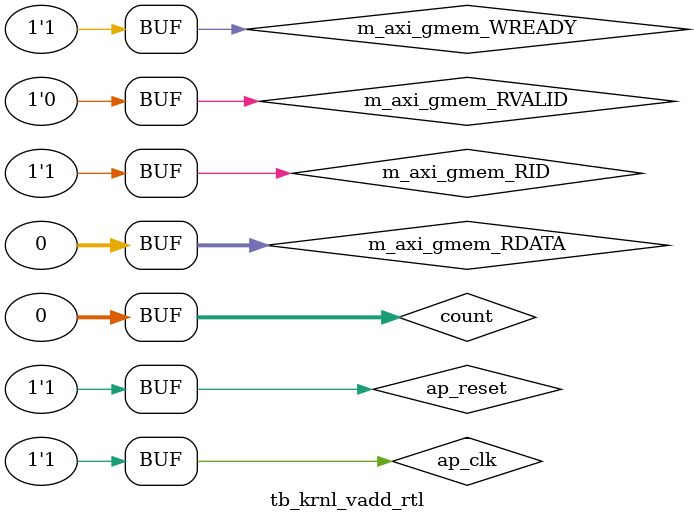
<source format=sv>
`timescale 1ns / 1ps


module tb_krnl_vadd_rtl #( 
  parameter integer  C_S_AXI_CONTROL_DATA_WIDTH = 32,
  parameter integer  C_S_AXI_CONTROL_ADDR_WIDTH = 6,
  parameter integer  C_M_AXI_GMEM_ID_WIDTH      = 1,
  parameter integer  C_M_AXI_GMEM_ADDR_WIDTH    = 64,
  parameter integer  C_M_AXI_GMEM_DATA_WIDTH    = 32
)(
    );
    logic ap_clk;
    logic ap_reset;
    logic m_axi_gmem_AWVALID   ;
    logic m_axi_gmem_AWREADY   ;
    logic m_axi_gmem_AWADDR    ;
    logic m_axi_gmem_AWID      ;
    logic m_axi_gmem_AWLEN     ;
    logic m_axi_gmem_AWSIZE    ;
    logic m_axi_gmem_AWBURST   ;
    logic m_axi_gmem_AWLOCK    ;
    logic m_axi_gmem_AWCACHE   ;
    logic m_axi_gmem_AWPROT    ;
    logic m_axi_gmem_AWQOS     ;
    logic m_axi_gmem_AWREGION  ;
    logic m_axi_gmem_WVALID    ;
    logic m_axi_gmem_WREADY    ;
    logic [C_S_AXI_CONTROL_DATA_WIDTH-1:0] m_axi_gmem_WDATA     ;
    logic m_axi_gmem_WSTRB     ;
    logic m_axi_gmem_WLAST     ;
    logic m_axi_gmem_ARVALID   ;
    logic m_axi_gmem_ARREADY   ;
    logic m_axi_gmem_ARADDR    ;
    logic m_axi_gmem_ARID      ;
    logic m_axi_gmem_ARLEN     ;
    logic m_axi_gmem_ARSIZE    ;
    logic m_axi_gmem_ARBURST   ;
    logic m_axi_gmem_ARLOCK    ;
    logic m_axi_gmem_ARCACHE   ;
    logic m_axi_gmem_ARPROT    ;
    logic m_axi_gmem_ARQOS     ;
    logic m_axi_gmem_ARREGION  ;
    logic m_axi_gmem_RVALID    ;
    logic m_axi_gmem_RREADY    ;
    logic [C_S_AXI_CONTROL_DATA_WIDTH-1:0] m_axi_gmem_RDATA     ;
    logic m_axi_gmem_RLAST     ;
    logic m_axi_gmem_RID       ;
    logic m_axi_gmem_RRESP     ;
    logic m_axi_gmem_BVALID    ;
    logic m_axi_gmem_BREADY    ;
    logic m_axi_gmem_BRESP     ;
    logic m_axi_gmem_BID       ;
    logic s_axi_control_AWVALID;
    logic s_axi_control_AWREADY;
    logic s_axi_control_AWADDR ;
    logic s_axi_control_WVALID ;
    logic s_axi_control_WREADY ;
    logic s_axi_control_WDATA  ;
    logic s_axi_control_WSTRB  ;
    logic s_axi_control_ARVALID;
    logic s_axi_control_ARREADY;
    logic s_axi_control_ARADDR ;
    logic s_axi_control_RVALID ;
    logic s_axi_control_RREADY ;
    logic s_axi_control_RDATA  ;
    logic s_axi_control_RRESP  ;
    logic s_axi_control_BVALID ;
    logic s_axi_control_BREADY ;
    logic s_axi_control_BRESP  ;
    logic interrupt            ;
    krnl_vadd_rtl # (
    .C_S_AXI_CONTROL_DATA_WIDTH(C_S_AXI_CONTROL_DATA_WIDTH),
    .C_S_AXI_CONTROL_ADDR_WIDTH(C_S_AXI_CONTROL_ADDR_WIDTH),
    .C_M_AXI_GMEM_ID_WIDTH     (C_M_AXI_GMEM_ID_WIDTH     ),
    .C_M_AXI_GMEM_ADDR_WIDTH   (C_M_AXI_GMEM_ADDR_WIDTH   ),
    .C_M_AXI_GMEM_DATA_WIDTH   (C_M_AXI_GMEM_DATA_WIDTH   )
    )    dut   (
    .ap_clk               (ap_clk  ),
    .ap_rst_n             (ap_reset),
    .m_axi_gmem_AWVALID   (m_axi_gmem_AWVALID   ),
    .m_axi_gmem_AWREADY   (m_axi_gmem_AWREADY   ),
    .m_axi_gmem_AWADDR    (m_axi_gmem_AWADDR    ),
    .m_axi_gmem_AWID      (m_axi_gmem_AWID      ),
    .m_axi_gmem_AWLEN     (m_axi_gmem_AWLEN     ),
    .m_axi_gmem_AWSIZE    (m_axi_gmem_AWSIZE    ),
    .m_axi_gmem_AWBURST   (m_axi_gmem_AWBURST   ),
    .m_axi_gmem_AWLOCK    (m_axi_gmem_AWLOCK    ),
    .m_axi_gmem_AWCACHE   (m_axi_gmem_AWCACHE   ),
    .m_axi_gmem_AWPROT    (m_axi_gmem_AWPROT    ),
    .m_axi_gmem_AWQOS     (m_axi_gmem_AWQOS     ),
    .m_axi_gmem_AWREGION  (m_axi_gmem_AWREGION  ),
    .m_axi_gmem_WVALID    (m_axi_gmem_WVALID    ),
    .m_axi_gmem_WREADY    (m_axi_gmem_WREADY    ),
    .m_axi_gmem_WDATA     (m_axi_gmem_WDATA     ),
    .m_axi_gmem_WSTRB     (m_axi_gmem_WSTRB     ),
    .m_axi_gmem_WLAST     (m_axi_gmem_WLAST     ),
    .m_axi_gmem_ARVALID   (m_axi_gmem_ARVALID   ),
    .m_axi_gmem_ARREADY   (m_axi_gmem_ARREADY   ),
    .m_axi_gmem_ARADDR    (m_axi_gmem_ARADDR    ),
    .m_axi_gmem_ARID      (m_axi_gmem_ARID      ),
    .m_axi_gmem_ARLEN     (m_axi_gmem_ARLEN     ),
    .m_axi_gmem_ARSIZE    (m_axi_gmem_ARSIZE    ),
    .m_axi_gmem_ARBURST   (m_axi_gmem_ARBURST   ),
    .m_axi_gmem_ARLOCK    (m_axi_gmem_ARLOCK    ),
    .m_axi_gmem_ARCACHE   (m_axi_gmem_ARCACHE   ),
    .m_axi_gmem_ARPROT    (m_axi_gmem_ARPROT    ),
    .m_axi_gmem_ARQOS     (m_axi_gmem_ARQOS     ),
    .m_axi_gmem_ARREGION  (m_axi_gmem_ARREGION  ),
    .m_axi_gmem_RVALID    (m_axi_gmem_RVALID    ),
    .m_axi_gmem_RREADY    (m_axi_gmem_RREADY    ),
    .m_axi_gmem_RDATA     (m_axi_gmem_RDATA     ),
    .m_axi_gmem_RLAST     (m_axi_gmem_RLAST     ),
    .m_axi_gmem_RID       (m_axi_gmem_RID       ),
    .m_axi_gmem_RRESP     (m_axi_gmem_RRESP     ),
    .m_axi_gmem_BVALID    (m_axi_gmem_BVALID    ),
    .m_axi_gmem_BREADY    (m_axi_gmem_BREADY    ),
    .m_axi_gmem_BRESP     (m_axi_gmem_BRESP     ),
    .m_axi_gmem_BID       (m_axi_gmem_BID       ),
    .s_axi_control_AWVALID(s_axi_control_AWVALID),
    .s_axi_control_AWREADY(s_axi_control_AWREADY),
    .s_axi_control_AWADDR (s_axi_control_AWADDR ),
    .s_axi_control_WVALID (s_axi_control_WVALID ),
    .s_axi_control_WREADY (s_axi_control_WREADY ),
    .s_axi_control_WDATA  (s_axi_control_WDATA  ),
    .s_axi_control_WSTRB  (s_axi_control_WSTRB  ),
    .s_axi_control_ARVALID(s_axi_control_ARVALID),
    .s_axi_control_ARREADY(s_axi_control_ARREADY),
    .s_axi_control_ARADDR (s_axi_control_ARADDR ),
    .s_axi_control_RVALID (s_axi_control_RVALID ),
    .s_axi_control_RREADY (s_axi_control_RREADY ),
    .s_axi_control_RDATA  (s_axi_control_RDATA  ),
    .s_axi_control_RRESP  (s_axi_control_RRESP  ),
    .s_axi_control_BVALID (s_axi_control_BVALID ),
    .s_axi_control_BREADY (s_axi_control_BREADY ),
    .s_axi_control_BRESP  (s_axi_control_BRESP  ),
    .interrupt            (interrupt            )
    );
    
    assign #5  ap_clk = !ap_clk;
    assign #50 m_axi_gmem_RID = !m_axi_gmem_RID;
    logic [31:0]  count;
    assign #10  count = count + 1;
    assign #500 m_axi_gmem_RVALID = !m_axi_gmem_RVALID;
    assign m_axi_gmem_RDATA = count;
    initial begin
      ap_clk = 1;
      ap_reset = 0;
      m_axi_gmem_RID = 1;
      m_axi_gmem_RVALID = 0;
      m_axi_gmem_WREADY = 1;
      count = 0;
 #100 ap_reset = 1;
      
      end
    
    
    
endmodule

</source>
